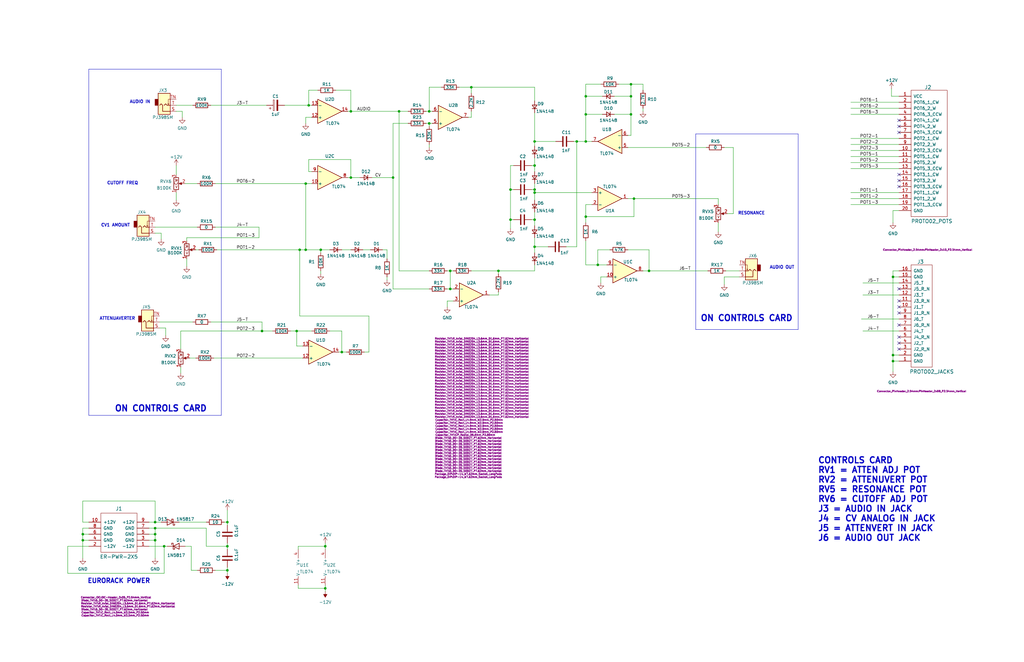
<source format=kicad_sch>
(kicad_sch (version 20230121) (generator eeschema)
  (paper "B")
  (title_block (title "VOLTAGE CONTROLLED FILTER") (date "2023-01-24") (rev "3"))
  (junction (at 135.255 105.41))
  (junction (at 189.865 121.92))
  (junction (at 376.555 116.84))
  (junction (at 110.49 139.7))
  (junction (at 147.955 46.99))
  (junction (at 130.175 44.45))
  (junction (at 168.275 46.99))
  (junction (at 210.185 114.3))
  (junction (at 247.015 48.26))
  (junction (at 65.405 227.965))
  (junction (at 180.975 52.07))
  (junction (at 65.405 225.425))
  (junction (at 65.405 222.885))
  (junction (at 225.425 81.28))
  (junction (at 225.425 104.14))
  (junction (at 95.885 230.505))
  (junction (at 225.425 69.85))
  (junction (at 252.095 111.76))
  (junction (at 165.735 74.93))
  (junction (at 95.885 220.345))
  (junction (at 376.555 152.4))
  (junction (at 266.065 40.64))
  (junction (at 95.885 240.665))
  (junction (at 125.095 139.7))
  (junction (at 144.145 148.59))
  (junction (at 247.015 91.44))
  (junction (at 376.555 149.86))
  (junction (at 247.015 59.69))
  (junction (at 65.405 220.345))
  (junction (at 34.925 225.425))
  (junction (at 147.955 74.93))
  (junction (at 267.335 83.82))
  (junction (at 128.905 77.47))
  (junction (at 266.065 48.26))
  (junction (at 266.065 35.56))
  (junction (at 215.265 92.71))
  (junction (at 34.925 227.965))
  (junction (at 198.755 36.83))
  (junction (at 225.425 80.01))
  (junction (at 189.865 114.3))
  (junction (at 137.16 230.505))
  (junction (at 247.015 40.64))
  (junction (at 69.215 230.505))
  (junction (at 215.265 80.01))
  (junction (at 180.975 46.99))
  (junction (at 128.905 105.41))
  (junction (at 137.16 248.285))
  (junction (at 225.425 59.69))
  (junction (at 243.205 59.69))
  (junction (at 225.425 92.71))
  (junction (at 273.685 114.3))
  (junction (at 126.365 105.41))
  (no_connect (at 379.095 127))
  (no_connect (at 379.095 50.8))
  (no_connect (at 379.095 53.34))
  (no_connect (at 379.095 137.16))
  (no_connect (at 379.095 78.74))
  (no_connect (at 379.095 73.66))
  (no_connect (at 379.095 76.2))
  (no_connect (at 379.095 129.54))
  (no_connect (at 379.095 132.08))
  (no_connect (at 379.095 121.92))
  (no_connect (at 379.095 147.32))
  (no_connect (at 379.095 55.88))
  (no_connect (at 379.095 142.24))
  (no_connect (at 379.095 144.78))
  (polyline (pts (xy 93.345 29.21) (xy 93.345 175.26)))
  (wire (pts (xy 65.405 225.425) (xy 65.405 227.965)))
  (wire (pts (xy 144.145 139.7) (xy 139.065 139.7)))
  (wire (pts (xy 225.425 84.455) (xy 225.425 81.28)))
  (wire (pts (xy 180.975 52.07) (xy 180.975 53.34)))
  (wire (pts (xy 358.775 63.5) (xy 379.095 63.5)))
  (wire (pts (xy 216.535 69.85) (xy 215.265 69.85)))
  (wire (pts (xy 135.255 105.41) (xy 135.255 106.68)))
  (wire (pts (xy 168.275 46.99) (xy 172.085 46.99)))
  (wire (pts (xy 252.095 111.76) (xy 252.095 105.41)))
  (wire (pts (xy 247.015 91.44) (xy 247.015 93.98)))
  (wire (pts (xy 273.685 114.3) (xy 273.685 105.41)))
  (wire (pts (xy 74.295 81.28) (xy 74.295 84.455)))
  (wire (pts (xy 305.435 116.84) (xy 311.785 116.84)))
  (wire (pts (xy 198.755 36.83) (xy 193.675 36.83)))
  (wire (pts (xy 225.425 69.85) (xy 225.425 66.675)))
  (wire (pts (xy 125.095 139.7) (xy 125.095 146.05)))
  (wire (pts (xy 247.015 59.69) (xy 249.555 59.69)))
  (wire (pts (xy 358.775 43.18) (xy 379.095 43.18)))
  (wire (pts (xy 147.955 38.1) (xy 141.605 38.1)))
  (wire (pts (xy 78.74 100.33) (xy 78.74 101.6)))
  (wire (pts (xy 358.775 68.58) (xy 379.095 68.58)))
  (wire (pts (xy 90.805 240.665) (xy 95.885 240.665)))
  (wire (pts (xy 225.425 59.69) (xy 234.315 59.69)))
  (wire (pts (xy 376.555 88.9) (xy 376.555 93.98)))
  (wire (pts (xy 81.28 44.45) (xy 74.295 44.45)))
  (wire (pts (xy 147.955 105.41) (xy 144.145 105.41)))
  (wire (pts (xy 305.435 62.23) (xy 309.245 62.23)))
  (wire (pts (xy 131.445 49.53) (xy 128.905 49.53)))
  (wire (pts (xy 90.17 151.13) (xy 127.635 151.13)))
  (wire (pts (xy 147.955 46.99) (xy 147.955 38.1)))
  (wire (pts (xy 180.975 46.99) (xy 182.245 46.99)))
  (wire (pts (xy 62.865 220.345) (xy 65.405 220.345)))
  (wire (pts (xy 358.775 60.96) (xy 379.095 60.96)))
  (wire (pts (xy 130.175 72.39) (xy 131.445 72.39)))
  (wire (pts (xy 247.015 35.56) (xy 253.365 35.56)))
  (wire (pts (xy 69.215 230.505) (xy 70.485 230.505)))
  (wire (pts (xy 34.925 227.965) (xy 37.465 227.965)))
  (wire (pts (xy 225.425 36.83) (xy 225.425 42.545)))
  (wire (pts (xy 358.775 48.26) (xy 379.095 48.26)))
  (wire (pts (xy 198.755 46.99) (xy 198.755 49.53)))
  (wire (pts (xy 137.16 248.285) (xy 125.73 248.285)))
  (wire (pts (xy 273.685 114.3) (xy 298.45 114.3)))
  (wire (pts (xy 95.885 215.265) (xy 95.885 220.345)))
  (wire (pts (xy 363.855 124.46) (xy 379.095 124.46)))
  (wire (pts (xy 125.095 139.7) (xy 131.445 139.7)))
  (wire (pts (xy 358.775 58.42) (xy 379.095 58.42)))
  (wire (pts (xy 376.555 116.84) (xy 379.095 116.84)))
  (wire (pts (xy 198.755 114.3) (xy 210.185 114.3)))
  (wire (pts (xy 358.775 86.36) (xy 379.095 86.36)))
  (wire (pts (xy 189.865 114.3) (xy 191.135 114.3)))
  (wire (pts (xy 95.885 230.505) (xy 95.885 229.235)))
  (wire (pts (xy 302.895 83.82) (xy 302.895 86.36)))
  (wire (pts (xy 358.775 66.04) (xy 379.095 66.04)))
  (wire (pts (xy 125.73 230.505) (xy 137.16 230.505)))
  (wire (pts (xy 144.145 148.59) (xy 146.05 148.59)))
  (wire (pts (xy 137.16 249.555) (xy 137.16 248.285)))
  (wire (pts (xy 259.08 48.26) (xy 266.065 48.26)))
  (wire (pts (xy 225.425 92.71) (xy 225.425 89.535)))
  (wire (pts (xy 34.925 225.425) (xy 37.465 225.425)))
  (wire (pts (xy 76.2 154.94) (xy 76.2 157.48)))
  (wire (pts (xy 266.065 35.56) (xy 271.145 35.56)))
  (wire (pts (xy 155.575 148.59) (xy 155.575 133.35)))
  (polyline (pts (xy 293.37 56.515) (xy 336.55 56.515)))
  (wire (pts (xy 259.08 40.64) (xy 266.065 40.64)))
  (wire (pts (xy 225.425 72.39) (xy 225.425 69.85)))
  (wire (pts (xy 358.775 83.82) (xy 379.095 83.82)))
  (wire (pts (xy 172.085 52.07) (xy 165.735 52.07)))
  (wire (pts (xy 90.805 95.885) (xy 109.22 95.885)))
  (wire (pts (xy 78.105 77.47) (xy 83.185 77.47)))
  (wire (pts (xy 76.2 139.7) (xy 76.2 147.32)))
  (wire (pts (xy 309.245 90.17) (xy 309.245 62.23)))
  (wire (pts (xy 247.015 101.6) (xy 247.015 111.76)))
  (wire (pts (xy 130.175 44.45) (xy 130.175 38.1)))
  (wire (pts (xy 179.705 46.99) (xy 180.975 46.99)))
  (wire (pts (xy 210.185 114.3) (xy 210.185 115.57)))
  (wire (pts (xy 363.855 119.38) (xy 379.095 119.38)))
  (wire (pts (xy 95.885 220.345) (xy 95.885 221.615)))
  (wire (pts (xy 266.065 35.56) (xy 260.985 35.56)))
  (wire (pts (xy 179.705 52.07) (xy 180.975 52.07)))
  (wire (pts (xy 180.975 62.23) (xy 180.975 60.96)))
  (wire (pts (xy 128.905 105.41) (xy 126.365 105.41)))
  (wire (pts (xy 65.405 211.455) (xy 65.405 220.345)))
  (wire (pts (xy 376.555 149.86) (xy 376.555 152.4)))
  (wire (pts (xy 94.615 220.345) (xy 95.885 220.345)))
  (wire (pts (xy 376.555 114.3) (xy 376.555 116.84)))
  (wire (pts (xy 135.255 105.41) (xy 139.065 105.41)))
  (wire (pts (xy 75.565 220.345) (xy 86.995 220.345)))
  (wire (pts (xy 247.015 86.36) (xy 247.015 91.44)))
  (wire (pts (xy 247.015 40.64) (xy 247.015 35.56)))
  (wire (pts (xy 198.755 36.83) (xy 225.425 36.83)))
  (wire (pts (xy 197.485 49.53) (xy 198.755 49.53)))
  (wire (pts (xy 69.215 241.935) (xy 69.215 230.505)))
  (wire (pts (xy 215.265 80.01) (xy 215.265 92.71)))
  (wire (pts (xy 83.185 95.885) (xy 65.405 95.885)))
  (wire (pts (xy 215.265 80.01) (xy 216.535 80.01)))
  (wire (pts (xy 82.55 105.41) (xy 83.82 105.41)))
  (wire (pts (xy 146.685 46.99) (xy 147.955 46.99)))
  (wire (pts (xy 120.015 44.45) (xy 130.175 44.45)))
  (wire (pts (xy 155.575 133.35) (xy 126.365 133.35)))
  (wire (pts (xy 358.775 71.12) (xy 379.095 71.12)))
  (wire (pts (xy 86.995 230.505) (xy 95.885 230.505)))
  (wire (pts (xy 34.925 225.425) (xy 34.925 227.965)))
  (wire (pts (xy 65.405 98.425) (xy 67.945 98.425)))
  (wire (pts (xy 153.67 148.59) (xy 155.575 148.59)))
  (wire (pts (xy 379.095 149.86) (xy 376.555 149.86)))
  (wire (pts (xy 306.705 90.17) (xy 309.245 90.17)))
  (wire (pts (xy 110.49 135.89) (xy 110.49 139.7)))
  (wire (pts (xy 28.575 230.505) (xy 28.575 241.935)))
  (wire (pts (xy 267.335 83.82) (xy 302.895 83.82)))
  (wire (pts (xy 65.405 222.885) (xy 86.995 222.885)))
  (wire (pts (xy 137.16 229.235) (xy 137.16 230.505)))
  (wire (pts (xy 65.405 220.345) (xy 67.945 220.345)))
  (wire (pts (xy 78.105 230.505) (xy 80.645 230.505)))
  (wire (pts (xy 266.065 48.26) (xy 266.065 57.15)))
  (wire (pts (xy 78.74 100.33) (xy 109.22 100.33)))
  (wire (pts (xy 95.885 240.665) (xy 95.885 241.935)))
  (wire (pts (xy 168.275 114.3) (xy 180.975 114.3)))
  (wire (pts (xy 224.155 80.01) (xy 225.425 80.01)))
  (wire (pts (xy 375.92 37.465) (xy 375.92 40.64)))
  (wire (pts (xy 62.865 225.425) (xy 65.405 225.425)))
  (wire (pts (xy 88.9 44.45) (xy 112.395 44.45)))
  (wire (pts (xy 69.85 141.605) (xy 69.85 138.43)))
  (wire (pts (xy 225.425 61.595) (xy 225.425 59.69)))
  (wire (pts (xy 267.335 91.44) (xy 267.335 83.82)))
  (wire (pts (xy 86.995 222.885) (xy 86.995 230.505)))
  (wire (pts (xy 225.425 100.33) (xy 225.425 104.14)))
  (wire (pts (xy 130.175 67.31) (xy 147.955 67.31)))
  (wire (pts (xy 247.015 111.76) (xy 252.095 111.76)))
  (wire (pts (xy 144.145 148.59) (xy 144.145 139.7)))
  (wire (pts (xy 363.855 139.7) (xy 379.095 139.7)))
  (wire (pts (xy 363.22 134.62) (xy 379.095 134.62)))
  (wire (pts (xy 156.845 74.93) (xy 165.735 74.93)))
  (polyline (pts (xy 37.465 29.21) (xy 93.345 29.21)))
  (wire (pts (xy 147.955 67.31) (xy 147.955 74.93)))
  (wire (pts (xy 142.875 148.59) (xy 144.145 148.59)))
  (wire (pts (xy 224.155 92.71) (xy 225.425 92.71)))
  (wire (pts (xy 37.465 222.885) (xy 34.925 222.885)))
  (wire (pts (xy 69.85 138.43) (xy 67.31 138.43)))
  (wire (pts (xy 306.07 114.3) (xy 311.785 114.3)))
  (wire (pts (xy 247.015 59.69) (xy 247.015 48.26)))
  (wire (pts (xy 65.405 227.965) (xy 65.405 235.585)))
  (wire (pts (xy 146.685 74.93) (xy 147.955 74.93)))
  (wire (pts (xy 266.065 40.64) (xy 266.065 35.56)))
  (wire (pts (xy 168.275 46.99) (xy 168.275 114.3)))
  (wire (pts (xy 225.425 95.25) (xy 225.425 92.71)))
  (wire (pts (xy 189.865 121.92) (xy 191.135 121.92)))
  (wire (pts (xy 80.645 230.505) (xy 80.645 240.665)))
  (wire (pts (xy 137.16 248.285) (xy 137.16 247.015)))
  (wire (pts (xy 215.265 92.71) (xy 216.535 92.71)))
  (wire (pts (xy 266.065 57.15) (xy 264.795 57.15)))
  (wire (pts (xy 247.015 48.26) (xy 254 48.26)))
  (wire (pts (xy 188.595 121.92) (xy 189.865 121.92)))
  (wire (pts (xy 125.73 248.285) (xy 125.73 247.015)))
  (wire (pts (xy 376.555 88.9) (xy 379.095 88.9)))
  (wire (pts (xy 28.575 241.935) (xy 69.215 241.935)))
  (wire (pts (xy 163.195 118.11) (xy 163.195 116.84)))
  (wire (pts (xy 188.595 127) (xy 188.595 129.54)))
  (wire (pts (xy 376.555 152.4) (xy 379.095 152.4)))
  (wire (pts (xy 95.885 239.395) (xy 95.885 240.665)))
  (wire (pts (xy 225.425 81.28) (xy 225.425 80.01)))
  (polyline (pts (xy 37.465 29.21) (xy 37.465 175.26)))
  (wire (pts (xy 128.905 49.53) (xy 128.905 52.07)))
  (wire (pts (xy 247.015 91.44) (xy 267.335 91.44)))
  (polyline (pts (xy 336.55 56.515) (xy 336.55 139.065)))
  (wire (pts (xy 225.425 80.01) (xy 225.425 77.47)))
  (wire (pts (xy 225.425 104.14) (xy 231.14 104.14)))
  (wire (pts (xy 130.175 38.1) (xy 133.985 38.1)))
  (wire (pts (xy 34.925 211.455) (xy 34.925 220.345)))
  (wire (pts (xy 225.425 81.28) (xy 249.555 81.28)))
  (wire (pts (xy 198.755 36.83) (xy 198.755 39.37)))
  (wire (pts (xy 62.865 222.885) (xy 65.405 222.885)))
  (wire (pts (xy 131.445 44.45) (xy 130.175 44.45)))
  (wire (pts (xy 34.925 222.885) (xy 34.925 225.425)))
  (wire (pts (xy 67.945 98.425) (xy 67.945 100.965)))
  (wire (pts (xy 376.555 152.4) (xy 376.555 156.845)))
  (wire (pts (xy 375.92 40.64) (xy 379.095 40.64)))
  (polyline (pts (xy 293.37 139.065) (xy 293.37 56.515)))
  (polyline (pts (xy 336.55 139.065) (xy 293.37 139.065)))
  (wire (pts (xy 253.365 116.84) (xy 255.905 116.84)))
  (wire (pts (xy 271.145 45.72) (xy 271.145 46.99)))
  (wire (pts (xy 271.145 35.56) (xy 271.145 38.1)))
  (wire (pts (xy 241.935 59.69) (xy 243.205 59.69)))
  (wire (pts (xy 252.095 111.76) (xy 255.905 111.76)))
  (wire (pts (xy 147.955 46.99) (xy 168.275 46.99)))
  (wire (pts (xy 78.74 109.22) (xy 78.74 112.395)))
  (wire (pts (xy 247.015 40.64) (xy 254 40.64)))
  (wire (pts (xy 252.095 105.41) (xy 257.175 105.41)))
  (wire (pts (xy 264.795 62.23) (xy 297.815 62.23)))
  (wire (pts (xy 224.155 69.85) (xy 225.425 69.85)))
  (wire (pts (xy 76.835 46.99) (xy 76.835 49.53)))
  (wire (pts (xy 206.375 124.46) (xy 210.185 124.46)))
  (wire (pts (xy 247.015 48.26) (xy 247.015 40.64)))
  (wire (pts (xy 225.425 104.14) (xy 225.425 106.68)))
  (wire (pts (xy 161.29 105.41) (xy 163.195 105.41)))
  (wire (pts (xy 125.73 231.775) (xy 125.73 230.505)))
  (wire (pts (xy 267.335 83.82) (xy 264.795 83.82)))
  (wire (pts (xy 253.365 119.38) (xy 253.365 116.84)))
  (wire (pts (xy 180.975 52.07) (xy 182.245 52.07)))
  (wire (pts (xy 271.145 114.3) (xy 273.685 114.3)))
  (wire (pts (xy 62.865 227.965) (xy 65.405 227.965)))
  (wire (pts (xy 62.865 230.505) (xy 69.215 230.505)))
  (wire (pts (xy 165.735 121.92) (xy 180.975 121.92)))
  (wire (pts (xy 180.975 36.83) (xy 186.055 36.83)))
  (wire (pts (xy 126.365 133.35) (xy 126.365 105.41)))
  (wire (pts (xy 109.22 95.885) (xy 109.22 100.33)))
  (wire (pts (xy 147.955 74.93) (xy 151.765 74.93)))
  (wire (pts (xy 191.135 127) (xy 188.595 127)))
  (wire (pts (xy 210.185 124.46) (xy 210.185 123.19)))
  (wire (pts (xy 122.555 139.7) (xy 125.095 139.7)))
  (wire (pts (xy 110.49 139.7) (xy 114.935 139.7)))
  (wire (pts (xy 34.925 211.455) (xy 65.405 211.455)))
  (wire (pts (xy 215.265 69.85) (xy 215.265 80.01)))
  (wire (pts (xy 305.435 116.84) (xy 305.435 120.015)))
  (wire (pts (xy 165.735 52.07) (xy 165.735 74.93)))
  (wire (pts (xy 74.295 69.85) (xy 74.295 73.66)))
  (wire (pts (xy 125.095 146.05) (xy 127.635 146.05)))
  (wire (pts (xy 28.575 230.505) (xy 37.465 230.505)))
  (wire (pts (xy 165.735 74.93) (xy 165.735 121.92)))
  (wire (pts (xy 188.595 114.3) (xy 189.865 114.3)))
  (wire (pts (xy 273.685 105.41) (xy 264.795 105.41)))
  (wire (pts (xy 180.975 46.99) (xy 180.975 36.83)))
  (wire (pts (xy 128.905 77.47) (xy 131.445 77.47)))
  (wire (pts (xy 189.865 114.3) (xy 189.865 121.92)))
  (wire (pts (xy 126.365 105.41) (xy 91.44 105.41)))
  (wire (pts (xy 88.9 135.89) (xy 110.49 135.89)))
  (polyline (pts (xy 93.345 175.26) (xy 37.465 175.26)))
  (wire (pts (xy 128.905 77.47) (xy 128.905 105.41)))
  (wire (pts (xy 34.925 227.965) (xy 34.925 235.585)))
  (wire (pts (xy 76.2 139.7) (xy 110.49 139.7)))
  (wire (pts (xy 65.405 222.885) (xy 65.405 225.425)))
  (wire (pts (xy 80.01 151.13) (xy 82.55 151.13)))
  (wire (pts (xy 302.895 93.98) (xy 302.895 97.79)))
  (wire (pts (xy 90.805 77.47) (xy 128.905 77.47)))
  (wire (pts (xy 210.185 114.3) (xy 225.425 114.3)))
  (wire (pts (xy 243.205 59.69) (xy 243.205 104.14)))
  (wire (pts (xy 249.555 86.36) (xy 247.015 86.36)))
  (wire (pts (xy 215.265 92.71) (xy 215.265 96.52)))
  (wire (pts (xy 156.21 105.41) (xy 153.035 105.41)))
  (wire (pts (xy 95.885 230.505) (xy 95.885 231.775)))
  (wire (pts (xy 266.065 48.26) (xy 266.065 40.64)))
  (wire (pts (xy 80.645 240.665) (xy 83.185 240.665)))
  (wire (pts (xy 376.555 114.3) (xy 379.095 114.3)))
  (wire (pts (xy 128.905 105.41) (xy 135.255 105.41)))
  (wire (pts (xy 163.195 105.41) (xy 163.195 109.22)))
  (wire (pts (xy 243.205 59.69) (xy 247.015 59.69)))
  (wire (pts (xy 135.255 115.57) (xy 135.255 114.3)))
  (wire (pts (xy 225.425 59.69) (xy 225.425 47.625)))
  (wire (pts (xy 137.16 230.505) (xy 137.16 231.775)))
  (wire (pts (xy 358.775 45.72) (xy 379.095 45.72)))
  (wire (pts (xy 81.28 135.89) (xy 67.31 135.89)))
  (wire (pts (xy 376.555 116.84) (xy 376.555 149.86)))
  (wire (pts (xy 130.175 72.39) (xy 130.175 67.31)))
  (wire (pts (xy 74.295 46.99) (xy 76.835 46.99)))
  (wire (pts (xy 37.465 220.345) (xy 34.925 220.345)))
  (wire (pts (xy 243.205 104.14) (xy 238.76 104.14)))
  (wire (pts (xy 225.425 114.3) (xy 225.425 111.76)))
  (wire (pts (xy 358.775 81.28) (xy 379.095 81.28)))
  (text "AUDIO OUT" (at 324.485 113.665 0) (effects (font (size 1.27 1.27) (thickness 0.254) bold) (justify left bottom)))
  (text "ON CONTROLS CARD" (at 295.275 135.89 0) (effects (font (size 2.54 2.54) (thickness 0.508) bold) (justify left bottom)))
  (text "RESONANCE" (at 311.15 90.805 0) (effects (font (size 1.27 1.27) (thickness 0.254) bold) (justify left bottom)))
  (text "ATTENUAVERTER" (at 41.91 135.255 0) (effects (font (size 1.27 1.27) (thickness 0.254) bold) (justify left bottom)))
  (text "CUTOFF FREQ" (at 45.085 78.105 0) (effects (font (size 1.27 1.27) (thickness 0.254) bold) (justify left bottom)))
  (text "AUDIO IN" (at 54.61 43.815 0) (effects (font (size 1.27 1.27) (thickness 0.254) bold) (justify left bottom)))
  (text "CV1 AMOUNT" (at 42.545 95.885 0) (effects (font (size 1.27 1.27) (thickness 0.254) bold) (justify left bottom)))
  (text "ON CONTROLS CARD" (at 48.26 173.99 0) (effects (font (size 2.54 2.54) (thickness 0.508) bold) (justify left bottom)))
  (text "EURORACK POWER" (at 36.83 246.38 0) (effects (font (size 1.905 1.905) (thickness 0.381) bold) (justify left bottom)))
  (text "CONTROLS CARD\nRV1 = ATTEN ADJ POT\nRV2 = ATTENUVERT POT\nRV5 = RESONANCE POT\nRV6 = CUTOFF ADJ POT\nJ3 = AUDIO IN JACK\nJ4 = CV ANALOG IN JACK\nJ5 = ATTENVERT IN JACK\nJ6 = AUDIO OUT JACK" (at 344.805 228.6 0) (effects (font (size 2.54 2.54) (thickness 0.508) bold) (justify left bottom)))
  (label "POT6-2" (at 99.695 77.47 0))
  (label "J6-T" (at 286.385 114.3 0))
  (label "POT1-3" (at 362.585 86.36 0))
  (label "POT2-2" (at 362.585 60.96 0))
  (label "POT6-3" (at 362.585 48.26 0))
  (label "POT1-2" (at 99.695 105.41 0))
  (label "POT6-2" (at 362.585 45.72 0))
  (label "POT1-3" (at 99.695 100.33 0))
  (label "POT5-2" (at 283.21 62.23 0))
  (label "AUDIO" (at 150.495 46.99 0))
  (label "J4-T" (at 99.695 95.885 0))
  (label "POT1-2" (at 362.585 83.82 0))
  (label "J4-T" (at 365.76 139.7 0))
  (label "POT5-2" (at 362.585 68.58 0))
  (label "J3-T" (at 365.76 124.46 0))
  (label "J5-T" (at 99.695 135.89 0))
  (label "POT2-1" (at 362.585 58.42 0))
  (label "POT2-3" (at 362.585 63.5 0))
  (label "POT2-3" (at 99.695 139.7 0))
  (label "CV" (at 158.115 74.93 0))
  (label "POT6-1" (at 362.585 43.18 0))
  (label "J3-T" (at 99.695 44.45 0))
  (label "J6-T" (at 365.76 134.62 0))
  (label "POT5-3" (at 283.21 83.82 0))
  (label "POT1-1" (at 362.585 81.28 0))
  (label "POT5-3" (at 362.585 71.12 0))
  (label "POT5-1" (at 362.585 66.04 0))
  (label "J5-T" (at 365.76 119.38 0))
  (label "POT2-2" (at 99.695 151.13 0))
  (symbol (lib_id "Device:D_Schottky") (at 74.295 230.505 0) (unit 1)
    (property "Reference" "D14" (at 74.295 227.965 0) (effects (justify left)))
    (property "Value" "1N5817" (at 70.485 234.315 0) (effects (justify left)))
    (property "Footprint" "Diode_THT:D_DO-35_SOD27_P7.62mm_Horizontal" (at 48.26 253.365 0) (effects (font (size 0.762 0.762))))
  )
  (symbol (lib_id "power:+12V") (at 74.295 69.85 0) (unit 1)
    (property "Reference" "#PWR0110" (effects hide))
    (property "Value" "+12V" (at 74.295 66.2455 0))
  )
  (symbol (lib_id "Device:R") (at 86.995 77.47 90) (unit 1) (in_bom no) (on_board no)
    (property "Reference" "RX6" (at 86.995 74.93 90))
    (property "Value" "100K" (at 86.995 77.47 90))
    (property "Footprint" "Resistor_THT:R_Axial_DIN0204_L3.6mm_D1.6mm_P7.62mm_Horizontal" (at 203.2 147.955 90) (effects (font (size 0.762 0.762))))
  )
  (symbol (lib_id "Device:R") (at 118.745 139.7 90) (unit 1)
    (property "Reference" "R21" (at 118.745 137.16 90))
    (property "Value" "100K" (at 118.745 139.7 90))
    (property "Footprint" "Resistor_THT:R_Axial_DIN0204_L3.6mm_D1.6mm_P7.62mm_Horizontal" (at 203.2 158.115 90) (effects (font (size 0.762 0.762))))
  )
  (symbol (lib_id "power:GND") (at 76.835 49.53 0) (unit 1)
    (property "Reference" "#PWR06" (effects hide))
    (property "Value" "GND" (at 76.835 54.0925 0))
  )
  (symbol (lib_id "Device:R") (at 210.185 119.38 180) (unit 1)
    (property "Reference" "R19" (at 213.995 119.38 0))
    (property "Value" "2.2K" (at 210.185 119.38 90))
    (property "Footprint" "Resistor_THT:R_Axial_DIN0204_L3.6mm_D1.6mm_P7.62mm_Horizontal" (at 203.2 155.575 0) (effects (font (size 0.762 0.762))))
  )
  (symbol (lib_id "Device:R") (at 86.995 95.885 90) (unit 1) (in_bom no) (on_board no)
    (property "Reference" "RX15" (at 86.995 93.345 90))
    (property "Value" "0" (at 86.995 95.885 90))
    (property "Footprint" "Resistor_THT:R_Axial_DIN0204_L3.6mm_D1.6mm_P7.62mm_Horizontal" (at 203.2 149.225 90) (effects (font (size 0.762 0.762))))
  )
  (symbol (lib_id "LandBoards_Conns:PROTO02_POTS") (at 390.525 64.77 0) (mirror y) (unit 1)
    (property "Reference" "J2" (at 389.89 36.83 0) (effects (font (size 1.524 1.524)) (justify right)))
    (property "Value" "PROTO02_POTS" (at 384.175 93.345 0) (effects (font (size 1.524 1.524)) (justify right)))
    (property "Footprint" "Connector_PinHeader_2.54mm:PinHeader_2x10_P2.54mm_Vertical" (at 391.16 105.41 0) (effects (font (size 0.762 0.762))))
  )
  (symbol (lib_id "Device:R") (at 247.015 97.79 180) (unit 1)
    (property "Reference" "R6" (at 250.825 97.79 0))
    (property "Value" "1K" (at 247.015 97.79 90))
    (property "Footprint" "Resistor_THT:R_Axial_DIN0204_L3.6mm_D1.6mm_P7.62mm_Horizontal" (at 203.2 174.625 0) (effects (font (size 0.762 0.762))))
  )
  (symbol (lib_id "power:GND") (at 67.945 100.965 0) (unit 1)
    (property "Reference" "#PWR05" (effects hide))
    (property "Value" "GND" (at 67.945 105.5275 0))
  )
  (symbol (lib_id "LandBoards_Conns:R_Pot_CW_PIN3UP") (at 74.295 77.47 0) (unit 1) (in_bom no) (on_board no)
    (property "Reference" "RVX6" (at 72.3995 76.5615 0) (effects (justify right)))
    (property "Value" "B100K" (at 72.3995 79.3366 0) (effects (justify right)))
  )
  (symbol (lib_id "Device:D_Small") (at 256.54 40.64 0) (unit 1)
    (property "Reference" "D11" (at 256.54 38.735 0))
    (property "Value" "1N4148" (at 256.54 43.18 0))
    (property "Footprint" "Diode_THT:D_DO-35_SOD27_P7.62mm_Horizontal" (at 197.485 196.215 0) (effects (font (size 0.762 0.762))))
    (property "Sim.Device" "D" (effects hide))
    (property "Sim.Pins" "1=K 2=A" (effects hide))
  )
  (symbol (lib_id "Device:C") (at 234.95 104.14 270) (unit 1)
    (property "Reference" "C12" (at 236.22 101.6 90) (effects (justify left)))
    (property "Value" "1nF" (at 236.22 106.68 90) (effects (justify left)))
    (property "Footprint" "Capacitor_THT:C_Rect_L4.0mm_W2.5mm_P2.50mm" (at 183.515 180.975 90) (effects (font (size 0.762 0.762)) (justify left)))
  )
  (symbol (lib_id "Device:C") (at 220.345 69.85 270) (unit 1)
    (property "Reference" "C2" (at 219.075 66.04 90) (effects (justify left)))
    (property "Value" "1nF" (at 219.075 73.66 90) (effects (justify left)))
    (property "Footprint" "Capacitor_THT:C_Rect_L4.0mm_W2.5mm_P2.50mm" (at 183.515 178.435 90) (effects (font (size 0.762 0.762)) (justify left)))
  )
  (symbol (lib_id "power:GND") (at 65.405 235.585 0) (unit 1)
    (property "Reference" "#PWR0108" (effects hide))
    (property "Value" "GND" (at 65.405 240.1475 0))
  )
  (symbol (lib_id "power:+12V") (at 137.16 229.235 0) (unit 1)
    (property "Reference" "#PWR0118" (effects hide))
    (property "Value" "+12V" (at 137.16 225.6305 0))
  )
  (symbol (lib_id "Device:R") (at 260.985 105.41 90) (unit 1)
    (property "Reference" "R5" (at 260.985 102.87 90))
    (property "Value" "47K" (at 260.985 105.41 90))
    (property "Footprint" "Resistor_THT:R_Axial_DIN0204_L3.6mm_D1.6mm_P7.62mm_Horizontal" (at 203.2 172.085 90) (effects (font (size 0.762 0.762))))
  )
  (symbol (lib_id "Amplifier_Operational:TL074") (at 189.865 49.53 0) (mirror x) (unit 2)
    (property "Reference" "U2" (at 191.135 44.45 0))
    (property "Value" "TL074" (at 191.135 54.61 0))
    (property "Datasheet" "http://www.ti.com/lit/ds/symlink/tl071.pdf" (effects hide))
  )
  (symbol (lib_id "power:+12V") (at 95.885 215.265 0) (unit 1)
    (property "Reference" "#PWR0115" (effects hide))
    (property "Value" "+12V" (at 95.885 211.6605 0))
  )
  (symbol (lib_id "Device:R") (at 163.195 113.03 180) (unit 1)
    (property "Reference" "R8" (at 159.385 113.03 0))
    (property "Value" "1K" (at 163.195 113.03 90))
    (property "Footprint" "Resistor_THT:R_Axial_DIN0204_L3.6mm_D1.6mm_P7.62mm_Horizontal" (at 203.2 164.465 0) (effects (font (size 0.762 0.762))))
  )
  (symbol (lib_id "Device:R") (at 175.895 46.99 90) (unit 1)
    (property "Reference" "R14" (at 175.895 44.45 90))
    (property "Value" "33K" (at 175.895 46.99 90))
    (property "Footprint" "Resistor_THT:R_Axial_DIN0204_L3.6mm_D1.6mm_P7.62mm_Horizontal" (at 203.2 165.735 90) (effects (font (size 0.762 0.762))))
  )
  (symbol (lib_id "Device:R") (at 85.09 135.89 90) (unit 1) (in_bom no) (on_board no)
    (property "Reference" "RX7" (at 85.09 133.35 90))
    (property "Value" "0" (at 85.09 135.89 90))
    (property "Footprint" "Resistor_THT:R_Axial_DIN0204_L3.6mm_D1.6mm_P7.62mm_Horizontal" (at 203.2 144.145 90) (effects (font (size 0.762 0.762))))
  )
  (symbol (lib_id "LandBoards_Conns:PROTO02_JACKS") (at 387.985 133.35 0) (mirror y) (unit 1)
    (property "Reference" "J3" (at 386.715 110.49 0) (effects (font (size 1.524 1.524)) (justify right)))
    (property "Value" "PROTO02_JACKS" (at 383.54 156.845 0) (effects (font (size 1.524 1.524)) (justify right)))
    (property "Footprint" "Connector_PinHeader_2.54mm:PinHeader_2x08_P2.54mm_Vertical" (at 388.62 165.1 0) (effects (font (size 0.762 0.762))))
  )
  (symbol (lib_id "Device:R") (at 302.26 114.3 270) (unit 1) (on_board no)
    (property "Reference" "RX17" (at 302.26 111.76 90))
    (property "Value" "1K" (at 302.26 114.3 90))
    (property "Footprint" "Resistor_THT:R_Axial_DIN0204_L3.6mm_D1.6mm_P7.62mm_Horizontal" (at 203.2 173.355 90) (effects (font (size 0.762 0.762))))
  )
  (symbol (lib_id "Connector:AudioJack2_SwitchT") (at 316.865 114.3 180) (unit 1) (in_bom no) (on_board no)
    (property "Reference" "JX6" (at 315.595 107.95 0) (effects (justify right)))
    (property "Value" "PJ398SM" (at 313.055 119.38 0) (effects (justify right)))
  )
  (symbol (lib_id "power:+12V") (at 375.92 37.465 0) (unit 1)
    (property "Reference" "#PWR01" (effects hide))
    (property "Value" "+12V" (at 375.92 33.8605 0))
  )
  (symbol (lib_id "Device:D_Small") (at 141.605 105.41 180) (unit 1)
    (property "Reference" "D3" (at 141.605 102.87 0))
    (property "Value" "1N4148" (at 141.605 107.95 0))
    (property "Footprint" "Diode_THT:D_DO-35_SOD27_P7.62mm_Horizontal" (at 197.485 186.055 0) (effects (font (size 0.762 0.762))))
    (property "Sim.Device" "D" (effects hide))
    (property "Sim.Pins" "1=K 2=A" (effects hide))
  )
  (symbol (lib_id "Amplifier_Operational:TL074") (at 198.755 124.46 0) (mirror x) (unit 1)
    (property "Reference" "U2" (at 198.755 119.38 0))
    (property "Value" "TL074" (at 198.755 129.54 0))
    (property "Datasheet" "http://www.ti.com/lit/ds/symlink/tl071.pdf" (effects hide))
  )
  (symbol (lib_id "Amplifier_Operational:TL074") (at 257.175 83.82 0) (unit 1)
    (property "Reference" "U1" (at 257.175 88.9 0))
    (property "Value" "TL074" (at 257.175 78.74 0))
    (property "Footprint" "Package_DIP:DIP-14_W7.62mm_Socket_LongPads" (effects hide))
    (property "Datasheet" "http://www.ti.com/lit/ds/symlink/tl071.pdf" (effects hide))
  )
  (symbol (lib_id "Device:D_Small") (at 154.305 74.93 180) (unit 1)
    (property "Reference" "D12" (at 154.305 72.39 0))
    (property "Value" "1N4148" (at 154.305 77.47 0))
    (property "Footprint" "Diode_THT:D_DO-35_SOD27_P7.62mm_Horizontal" (at 197.485 198.755 0) (effects (font (size 0.762 0.762))))
    (property "Sim.Device" "D" (effects hide))
    (property "Sim.Pins" "1=K 2=A" (effects hide))
  )
  (symbol (lib_id "power:GND") (at 376.555 93.98 0) (unit 1)
    (property "Reference" "#PWR0101" (effects hide))
    (property "Value" "GND" (at 376.555 98.5425 0))
  )
  (symbol (lib_id "power:GND") (at 253.365 119.38 0) (unit 1)
    (property "Reference" "#PWR0104" (effects hide))
    (property "Value" "GND" (at 253.365 123.9425 0))
  )
  (symbol (lib_id "Device:R") (at 271.145 41.91 180) (unit 1)
    (property "Reference" "R10" (at 274.955 41.91 0))
    (property "Value" "2.7K" (at 271.145 41.91 90))
    (property "Footprint" "Resistor_THT:R_Axial_DIN0204_L3.6mm_D1.6mm_P7.62mm_Horizontal" (at 203.2 160.655 0) (effects (font (size 0.762 0.762))))
  )
  (symbol (lib_id "Device:D_Small") (at 225.425 64.135 90) (unit 1)
    (property "Reference" "D8" (at 227.965 62.865 90))
    (property "Value" "1N4148" (at 229.87 66.04 90))
    (property "Footprint" "Diode_THT:D_DO-35_SOD27_P7.62mm_Horizontal" (at 197.485 189.865 90) (effects (font (size 0.762 0.762))))
    (property "Sim.Device" "D" (effects hide))
    (property "Sim.Pins" "1=K 2=A" (effects hide))
  )
  (symbol (lib_id "power:GND") (at 135.255 115.57 0) (unit 1)
    (property "Reference" "#PWR0119" (effects hide))
    (property "Value" "GND" (at 135.255 120.1325 0))
  )
  (symbol (lib_id "Device:R") (at 135.255 110.49 180) (unit 1)
    (property "Reference" "R1" (at 131.445 110.49 0))
    (property "Value" "10K" (at 135.255 110.49 90))
    (property "Footprint" "Resistor_THT:R_Axial_DIN0204_L3.6mm_D1.6mm_P7.62mm_Horizontal" (at 203.2 163.195 0) (effects (font (size 0.762 0.762))))
  )
  (symbol (lib_id "LandBoards_Conns:R_Pot_CW_PIN3UP") (at 302.895 90.17 0) (unit 1) (in_bom no) (on_board no)
    (property "Reference" "RVX5" (at 300.9994 89.2615 0) (effects (justify right)))
    (property "Value" "B100K" (at 300.9995 92.0366 0) (effects (justify right)))
  )
  (symbol (lib_id "LandBoards_Conns:R_Pot_CW_PIN3UP") (at 78.74 105.41 0) (unit 1) (in_bom no) (on_board no)
    (property "Reference" "RVX1" (at 76.9621 104.7663 0) (effects (justify right)))
    (property "Value" "B100K" (at 76.9621 106.6873 0) (effects (justify right)))
  )
  (symbol (lib_id "Device:D_Small") (at 256.54 48.26 180) (unit 1)
    (property "Reference" "D10" (at 256.54 45.72 0))
    (property "Value" "1N4148" (at 256.54 50.8 0))
    (property "Footprint" "Diode_THT:D_DO-35_SOD27_P7.62mm_Horizontal" (at 197.485 197.485 0) (effects (font (size 0.762 0.762))))
    (property "Sim.Device" "D" (effects hide))
    (property "Sim.Pins" "1=K 2=A" (effects hide))
  )
  (symbol (lib_id "power:GND") (at 76.2 157.48 0) (unit 1)
    (property "Reference" "#PWR02" (effects hide))
    (property "Value" "GND" (at 76.2 162.0425 0))
  )
  (symbol (lib_id "Amplifier_Operational:TL074") (at 135.255 148.59 0) (mirror x) (unit 4)
    (property "Reference" "U1" (at 135.255 143.51 0))
    (property "Value" "TL074" (at 136.525 153.67 0))
    (property "Footprint" "Package_DIP:DIP-14_W7.62mm_Socket_LongPads" (at 197.485 200.025 0) (effects (font (size 0.762 0.762))))
    (property "Datasheet" "http://www.ti.com/lit/ds/symlink/tl071.pdf" (effects hide))
  )
  (symbol (lib_id "Device:R") (at 137.795 38.1 90) (unit 1)
    (property "Reference" "R11" (at 137.795 35.56 90))
    (property "Value" "1K" (at 137.795 38.1 90))
    (property "Footprint" "Resistor_THT:R_Axial_DIN0204_L3.6mm_D1.6mm_P7.62mm_Horizontal" (at 203.2 175.895 90) (effects (font (size 0.762 0.762))))
  )
  (symbol (lib_id "power:GND") (at 305.435 120.015 0) (unit 1)
    (property "Reference" "#PWR0125" (effects hide))
    (property "Value" "GND" (at 305.435 124.5775 0))
  )
  (symbol (lib_id "Device:D_Small") (at 225.425 97.79 90) (unit 1)
    (property "Reference" "D5" (at 227.965 96.52 90))
    (property "Value" "1N4148" (at 229.87 99.695 90))
    (property "Footprint" "Diode_THT:D_DO-35_SOD27_P7.62mm_Horizontal" (at 197.485 193.675 90) (effects (font (size 0.762 0.762))))
    (property "Sim.Device" "D" (effects hide))
    (property "Sim.Pins" "1=K 2=A" (effects hide))
  )
  (symbol (lib_id "Device:R") (at 257.175 35.56 90) (unit 1)
    (property "Reference" "R9" (at 257.175 33.02 90))
    (property "Value" "10K" (at 257.175 35.56 90))
    (property "Footprint" "Resistor_THT:R_Axial_DIN0204_L3.6mm_D1.6mm_P7.62mm_Horizontal" (at 203.2 161.925 90) (effects (font (size 0.762 0.762))))
  )
  (symbol (lib_id "Device:C") (at 220.345 80.01 270) (unit 1)
    (property "Reference" "C3" (at 219.075 76.2 90) (effects (justify left)))
    (property "Value" "1nF" (at 219.075 83.82 90) (effects (justify left)))
    (property "Footprint" "Capacitor_THT:C_Rect_L4.0mm_W2.5mm_P2.50mm" (at 183.515 179.705 90) (effects (font (size 0.762 0.762)) (justify left)))
  )
  (symbol (lib_id "Amplifier_Operational:TL074") (at 263.525 114.3 0) (mirror x) (unit 3)
    (property "Reference" "U1" (at 264.795 110.49 0))
    (property "Value" "TL074" (at 266.065 118.11 0))
    (property "Footprint" "Package_DIP:DIP-14_W7.62mm_Socket_LongPads" (effects hide))
    (property "Datasheet" "http://www.ti.com/lit/ds/symlink/tl071.pdf" (effects hide))
  )
  (symbol (lib_id "Amplifier_Operational:TL074") (at 257.175 59.69 180) (unit 2)
    (property "Reference" "U1" (at 255.905 54.61 0))
    (property "Value" "TL074" (at 255.905 64.77 0))
    (property "Footprint" "Package_DIP:DIP-14_W7.62mm_Socket_LongPads" (effects hide))
    (property "Datasheet" "http://www.ti.com/lit/ds/symlink/tl071.pdf" (effects hide))
  )
  (symbol (lib_id "Device:R") (at 86.995 240.665 90) (unit 1)
    (property "Reference" "R25" (at 86.995 238.125 90))
    (property "Value" "10" (at 86.995 240.665 90))
    (property "Footprint" "Resistor_THT:R_Axial_DIN0204_L3.6mm_D1.6mm_P7.62mm_Horizontal" (at 53.975 254.635 90) (effects (font (size 0.762 0.762))))
  )
  (symbol (lib_id "Device:D_Small") (at 225.425 109.22 90) (unit 1)
    (property "Reference" "D4" (at 227.965 107.95 90))
    (property "Value" "1N4148" (at 229.87 111.125 90))
    (property "Footprint" "Diode_THT:D_DO-35_SOD27_P7.62mm_Horizontal" (at 197.485 194.945 90) (effects (font (size 0.762 0.762))))
    (property "Sim.Device" "D" (effects hide))
    (property "Sim.Pins" "1=K 2=A" (effects hide))
  )
  (symbol (lib_id "Device:R") (at 301.625 62.23 90) (unit 1) (in_bom no) (on_board no)
    (property "Reference" "RX5" (at 301.625 59.69 90))
    (property "Value" "0" (at 301.625 62.23 90))
    (property "Footprint" "Resistor_THT:R_Axial_DIN0204_L3.6mm_D1.6mm_P7.62mm_Horizontal" (at 203.2 142.875 90) (effects (font (size 0.762 0.762))))
  )
  (symbol (lib_id "Device:R") (at 86.36 151.13 90) (unit 1) (in_bom no) (on_board no)
    (property "Reference" "RX2" (at 86.36 148.59 90))
    (property "Value" "100K" (at 86.36 151.13 90))
    (property "Footprint" "Resistor_THT:R_Axial_DIN0204_L3.6mm_D1.6mm_P7.62mm_Horizontal" (at 203.2 145.415 90) (effects (font (size 0.762 0.762))))
  )
  (symbol (lib_id "power:GND") (at 188.595 129.54 0) (unit 1)
    (property "Reference" "#PWR0113" (effects hide))
    (property "Value" "GND" (at 188.595 134.1025 0))
  )
  (symbol (lib_id "Device:R") (at 180.975 57.15 180) (unit 1)
    (property "Reference" "R15" (at 177.165 57.15 0))
    (property "Value" "33K" (at 180.975 57.15 90))
    (property "Footprint" "Resistor_THT:R_Axial_DIN0204_L3.6mm_D1.6mm_P7.62mm_Horizontal" (at 203.2 170.815 0) (effects (font (size 0.762 0.762))))
  )
  (symbol (lib_id "Device:R") (at 85.09 44.45 90) (unit 1) (in_bom no) (on_board no)
    (property "Reference" "RX9" (at 85.09 41.91 90))
    (property "Value" "100K" (at 85.09 44.45 90))
    (property "Footprint" "Resistor_THT:R_Axial_DIN0204_L3.6mm_D1.6mm_P7.62mm_Horizontal" (at 203.2 150.495 90) (effects (font (size 0.762 0.762))))
  )
  (symbol (lib_id "Connector:AudioJack2_SwitchT") (at 69.215 44.45 0) (mirror x) (unit 1) (in_bom no) (on_board no)
    (property "Reference" "JX3" (at 70.485 38.1 0) (effects (justify right)))
    (property "Value" "PJ398SM" (at 73.025 49.53 0) (effects (justify right)))
  )
  (symbol (lib_id "LandBoards_Conns:R_Pot_CW_PIN3UP") (at 76.2 151.13 0) (unit 1) (in_bom no) (on_board no)
    (property "Reference" "RVX2" (at 74.3045 150.2215 0) (effects (justify right)))
    (property "Value" "B100K" (at 74.3045 152.9966 0) (effects (justify right)))
  )
  (symbol (lib_id "Device:R") (at 189.865 36.83 90) (unit 1)
    (property "Reference" "R13" (at 189.865 34.29 90))
    (property "Value" "33K" (at 189.865 36.83 90))
    (property "Footprint" "Resistor_THT:R_Axial_DIN0204_L3.6mm_D1.6mm_P7.62mm_Horizontal" (at 203.2 168.275 90) (effects (font (size 0.762 0.762))))
  )
  (symbol (lib_id "Amplifier_Operational:TL074") (at 139.7 239.395 0) (unit 5)
    (property "Reference" "U2" (at 137.795 238.4865 0) (effects (justify left)))
    (property "Value" "TL074" (at 137.795 241.2616 0) (effects (justify left)))
    (property "Datasheet" "http://www.ti.com/lit/ds/symlink/tl071.pdf" (effects hide))
  )
  (symbol (lib_id "power:GND") (at 180.975 62.23 0) (unit 1)
    (property "Reference" "#PWR0112" (effects hide))
    (property "Value" "GND" (at 180.975 66.7925 0))
  )
  (symbol (lib_id "Device:D_Small") (at 225.425 45.085 90) (unit 1)
    (property "Reference" "D9" (at 227.965 43.815 90))
    (property "Value" "1N4148" (at 229.87 46.99 90))
    (property "Footprint" "Diode_THT:D_DO-35_SOD27_P7.62mm_Horizontal" (at 197.485 188.595 90) (effects (font (size 0.762 0.762))))
    (property "Sim.Device" "D" (effects hide))
    (property "Sim.Pins" "1=K 2=A" (effects hide))
  )
  (symbol (lib_id "Device:D_Small") (at 225.425 74.93 90) (unit 1)
    (property "Reference" "D7" (at 227.965 73.66 90))
    (property "Value" "1N4148" (at 229.87 76.835 90))
    (property "Footprint" "Diode_THT:D_DO-35_SOD27_P7.62mm_Horizontal" (at 197.485 191.135 90) (effects (font (size 0.762 0.762))))
    (property "Sim.Device" "D" (effects hide))
    (property "Sim.Pins" "1=K 2=A" (effects hide))
  )
  (symbol (lib_id "Device:R") (at 175.895 52.07 90) (unit 1)
    (property "Reference" "R23" (at 175.895 49.53 90))
    (property "Value" "33K" (at 175.895 52.07 90))
    (property "Footprint" "Resistor_THT:R_Axial_DIN0204_L3.6mm_D1.6mm_P7.62mm_Horizontal" (at 203.2 167.005 90) (effects (font (size 0.762 0.762))))
  )
  (symbol (lib_id "power:GND") (at 34.925 235.585 0) (unit 1)
    (property "Reference" "#PWR0107" (effects hide))
    (property "Value" "GND" (at 34.925 240.1475 0))
  )
  (symbol (lib_id "Amplifier_Operational:TL074") (at 139.065 46.99 0) (mirror x) (unit 4)
    (property "Reference" "U2" (at 139.065 41.91 0))
    (property "Value" "TL074" (at 140.335 52.07 0))
    (property "Footprint" "Package_DIP:DIP-14_W7.62mm_Socket_LongPads" (at 197.485 201.295 0) (effects (font (size 0.762 0.762) bold)))
    (property "Datasheet" "http://www.ti.com/lit/ds/symlink/tl071.pdf" (effects hide))
  )
  (symbol (lib_id "LandBoards_Conns:ER-PWR-2X5") (at 50.165 225.425 0) (unit 1)
    (property "Reference" "J1" (at 50.165 214.63 0) (effects (font (size 1.524 1.524))))
    (property "Value" "ER-PWR-2X5" (at 50.165 234.95 0) (effects (font (size 1.524 1.524))))
    (property "Footprint" "Connector_IDC:IDC-Header_2x05_P2.54mm_Vertical" (at 48.895 252.095 0) (effects (font (size 0.762 0.762))))
  )
  (symbol (lib_id "Device:R") (at 135.255 139.7 90) (unit 1)
    (property "Reference" "R22" (at 135.255 137.16 90))
    (property "Value" "100K" (at 135.255 139.7 90))
    (property "Footprint" "Resistor_THT:R_Axial_DIN0204_L3.6mm_D1.6mm_P7.62mm_Horizontal" (at 203.2 156.845 90) (effects (font (size 0.762 0.762))))
  )
  (symbol (lib_id "Device:C") (at 220.345 92.71 270) (unit 1)
    (property "Reference" "C4" (at 219.075 88.9 90) (effects (justify left)))
    (property "Value" "1nF" (at 219.075 96.52 90) (effects (justify left)))
    (property "Footprint" "Capacitor_THT:C_Rect_L4.0mm_W2.5mm_P2.50mm" (at 183.515 177.165 90) (effects (font (size 0.762 0.762)) (justify left)))
  )
  (symbol (lib_id "Device:D_Small") (at 150.495 105.41 180) (unit 1)
    (property "Reference" "D2" (at 150.495 102.87 0))
    (property "Value" "1N4148" (at 150.495 107.95 0))
    (property "Footprint" "Diode_THT:D_DO-35_SOD27_P7.62mm_Horizontal" (at 197.485 187.325 0) (effects (font (size 0.762 0.762))))
    (property "Sim.Device" "D" (effects hide))
    (property "Sim.Pins" "1=K 2=A" (effects hide))
  )
  (symbol (lib_id "Amplifier_Operational:TL074") (at 139.065 74.93 0) (mirror x) (unit 3)
    (property "Reference" "U2" (at 139.065 65.8835 0))
    (property "Value" "TL074" (at 142.875 78.74 0))
    (property "Datasheet" "http://www.ti.com/lit/ds/symlink/tl071.pdf" (effects hide))
  )
  (symbol (lib_id "Connector:AudioJack2_SwitchT") (at 62.23 135.89 0) (mirror x) (unit 1) (in_bom no) (on_board no)
    (property "Reference" "JX5" (at 63.5 129.54 0) (effects (justify right)))
    (property "Value" "PJ398SM" (at 66.04 140.97 0) (effects (justify right)))
  )
  (symbol (lib_id "power:GND") (at 78.74 112.395 0) (unit 1)
    (property "Reference" "#PWR03" (effects hide))
    (property "Value" "GND" (at 78.74 116.9575 0))
  )
  (symbol (lib_id "Device:R") (at 194.945 114.3 90) (unit 1)
    (property "Reference" "R18" (at 194.945 111.76 90))
    (property "Value" "33K" (at 194.945 114.3 90))
    (property "Footprint" "Resistor_THT:R_Axial_DIN0204_L3.6mm_D1.6mm_P7.62mm_Horizontal" (at 203.2 154.305 90) (effects (font (size 0.762 0.762))))
  )
  (symbol (lib_id "Device:R") (at 184.785 121.92 90) (unit 1)
    (property "Reference" "R17" (at 184.785 119.38 90))
    (property "Value" "33K" (at 184.785 121.92 90))
    (property "Footprint" "Resistor_THT:R_Axial_DIN0204_L3.6mm_D1.6mm_P7.62mm_Horizontal" (at 203.2 151.765 90) (effects (font (size 0.762 0.762))))
  )
  (symbol (lib_id "Device:R") (at 149.86 148.59 90) (unit 1)
    (property "Reference" "R7" (at 149.86 146.05 90))
    (property "Value" "100K" (at 149.86 148.59 90))
    (property "Footprint" "Resistor_THT:R_Axial_DIN0204_L3.6mm_D1.6mm_P7.62mm_Horizontal" (at 203.2 159.385 90) (effects (font (size 0.762 0.762))))
  )
  (symbol (lib_id "power:-12V") (at 137.16 249.555 180) (unit 1)
    (property "Reference" "#PWR0117" (effects hide))
    (property "Value" "-12V" (at 137.16 254.1175 0))
  )
  (symbol (lib_id "Connector:AudioJack2_SwitchT") (at 60.325 95.885 0) (mirror x) (unit 1) (in_bom no) (on_board no)
    (property "Reference" "JX4" (at 61.595 89.535 0) (effects (justify right)))
    (property "Value" "PJ398SM" (at 64.135 100.965 0) (effects (justify right)))
  )
  (symbol (lib_id "Device:C") (at 95.885 225.425 0) (unit 1)
    (property "Reference" "C5" (at 92.075 226.695 90) (effects (justify left)))
    (property "Value" "0.1uF" (at 99.695 226.695 90) (effects (justify left)))
    (property "Footprint" "Capacitor_THT:C_Rect_L4.0mm_W2.5mm_P2.50mm" (at 34.29 259.715 0) (effects (font (size 0.762 0.762)) (justify left)))
  )
  (symbol (lib_id "Device:D_Schottky") (at 71.755 220.345 180) (unit 1)
    (property "Reference" "D13" (at 70.485 219.075 0) (effects (justify left)))
    (property "Value" "1N5817" (at 81.915 219.075 0) (effects (justify left)))
    (property "Footprint" "Diode_THT:D_DO-35_SOD27_P7.62mm_Horizontal" (at 48.26 257.175 0) (effects (font (size 0.762 0.762))))
  )
  (symbol (lib_id "power:GND") (at 302.895 97.79 0) (unit 1)
    (property "Reference" "#PWR0124" (effects hide))
    (property "Value" "GND" (at 302.895 102.3525 0))
  )
  (symbol (lib_id "power:GND") (at 128.905 52.07 0) (unit 1)
    (property "Reference" "#PWR0111" (effects hide))
    (property "Value" "GND" (at 128.905 56.6325 0))
  )
  (symbol (lib_id "Device:C") (at 238.125 59.69 270) (unit 1)
    (property "Reference" "C11" (at 236.855 55.88 90) (effects (justify left)))
    (property "Value" "1nF" (at 236.855 63.5 90) (effects (justify left)))
    (property "Footprint" "Capacitor_THT:C_Rect_L4.0mm_W2.5mm_P2.50mm" (at 183.515 182.245 90) (effects (font (size 0.762 0.762)) (justify left)))
  )
  (symbol (lib_id "Device:D_Small") (at 158.75 105.41 180) (unit 1)
    (property "Reference" "D1" (at 158.75 102.87 0))
    (property "Value" "1N4148" (at 158.75 107.95 0))
    (property "Footprint" "Diode_THT:D_DO-35_SOD27_P7.62mm_Horizontal" (at 197.485 184.785 0) (effects (font (size 0.762 0.762))))
    (property "Sim.Device" "D" (effects hide))
    (property "Sim.Pins" "1=K 2=A" (effects hide))
  )
  (symbol (lib_id "Device:D_Small") (at 225.425 86.995 90) (unit 1)
    (property "Reference" "D6" (at 227.965 85.725 90))
    (property "Value" "1N4148" (at 229.87 88.9 90))
    (property "Footprint" "Diode_THT:D_DO-35_SOD27_P7.62mm_Horizontal" (at 197.485 192.405 90) (effects (font (size 0.762 0.762))))
    (property "Sim.Device" "D" (effects hide))
    (property "Sim.Pins" "1=K 2=A" (effects hide))
  )
  (symbol (lib_id "power:GND") (at 74.295 84.455 0) (unit 1)
    (property "Reference" "#PWR04" (effects hide))
    (property "Value" "GND" (at 74.295 89.0175 0))
  )
  (symbol (lib_id "power:GND") (at 215.265 96.52 0) (unit 1)
    (property "Reference" "#PWR0114" (effects hide))
    (property "Value" "GND" (at 215.265 101.0825 0))
  )
  (symbol (lib_id "Device:C_Polarized") (at 116.205 44.45 90) (unit 1)
    (property "Reference" "C1" (at 116.205 40.64 90))
    (property "Value" "1uF" (at 116.205 48.26 90))
    (property "Footprint" "Capacitor_THT:CP_Radial_D5.0mm_P2.50mm" (at 196.215 183.515 90) (effects (font (size 0.762 0.762))))
  )
  (symbol (lib_id "Device:R") (at 90.805 220.345 90) (unit 1)
    (property "Reference" "R24" (at 90.805 217.805 90))
    (property "Value" "10" (at 90.805 220.345 90))
    (property "Footprint" "Resistor_THT:R_Axial_DIN0204_L3.6mm_D1.6mm_P7.62mm_Horizontal" (at 53.975 255.905 90) (effects (font (size 0.762 0.762))))
  )
  (symbol (lib_id "Device:R") (at 198.755 43.18 180) (unit 1)
    (property "Reference" "R12" (at 202.565 43.18 0))
    (property "Value" "2.2K" (at 198.755 43.18 90))
    (property "Footprint" "Resistor_THT:R_Axial_DIN0204_L3.6mm_D1.6mm_P7.62mm_Horizontal" (at 203.2 169.545 0) (effects (font (size 0.762 0.762))))
  )
  (symbol (lib_id "power:GND") (at 376.555 156.845 0) (unit 1)
    (property "Reference" "#PWR0102" (effects hide))
    (property "Value" "GND" (at 376.555 161.4075 0))
  )
  (symbol (lib_id "Device:C") (at 95.885 235.585 0) (unit 1)
    (property "Reference" "C6" (at 92.075 236.855 90) (effects (justify left)))
    (property "Value" "0.1uF" (at 99.695 236.855 90) (effects (justify left)))
    (property "Footprint" "Capacitor_THT:C_Rect_L4.0mm_W2.5mm_P2.50mm" (at 34.29 258.445 0) (effects (font (size 0.762 0.762)) (justify left)))
  )
  (symbol (lib_id "Device:R") (at 184.785 114.3 90) (unit 1)
    (property "Reference" "R16" (at 184.785 111.76 90))
    (property "Value" "33K" (at 184.785 114.3 90))
    (property "Footprint" "Resistor_THT:R_Axial_DIN0204_L3.6mm_D1.6mm_P7.62mm_Horizontal" (at 203.2 153.035 90) (effects (font (size 0.762 0.762))))
  )
  (symbol (lib_id "power:GND") (at 271.145 46.99 0) (unit 1)
    (property "Reference" "#PWR0103" (effects hide))
    (property "Value" "GND" (at 271.145 51.5525 0))
  )
  (symbol (lib_id "power:-12V") (at 95.885 241.935 180) (unit 1)
    (property "Reference" "#PWR0106" (effects hide))
    (property "Value" "-12V" (at 95.885 246.4975 0))
  )
  (symbol (lib_id "power:GND") (at 163.195 118.11 0) (unit 1)
    (property "Reference" "#PWR0120" (effects hide))
    (property "Value" "GND" (at 163.195 122.6725 0))
  )
  (symbol (lib_id "power:GND") (at 69.85 141.605 0) (unit 1)
    (property "Reference" "#PWR07" (effects hide))
    (property "Value" "GND" (at 69.85 146.1675 0))
  )
  (symbol (lib_id "Amplifier_Operational:TL074") (at 128.27 239.395 0) (unit 5)
    (property "Reference" "U1" (at 126.365 238.4865 0) (effects (justify left)))
    (property "Value" "TL074" (at 126.365 241.2616 0) (effects (justify left)))
    (property "Footprint" "Package_DIP:DIP-14_W7.62mm_Socket_LongPads" (effects hide))
    (property "Datasheet" "http://www.ti.com/lit/ds/symlink/tl071.pdf" (effects hide))
  )
  (symbol (lib_id "Device:R") (at 87.63 105.41 90) (unit 1) (in_bom no) (on_board no)
    (property "Reference" "RX1" (at 87.63 102.87 90))
    (property "Value" "100K" (at 87.63 105.41 90))
    (property "Footprint" "Resistor_THT:R_Axial_DIN0204_L3.6mm_D1.6mm_P7.62mm_Horizontal" (at 203.2 146.685 90) (effects (font (size 0.762 0.762))))
  )
)
</source>
